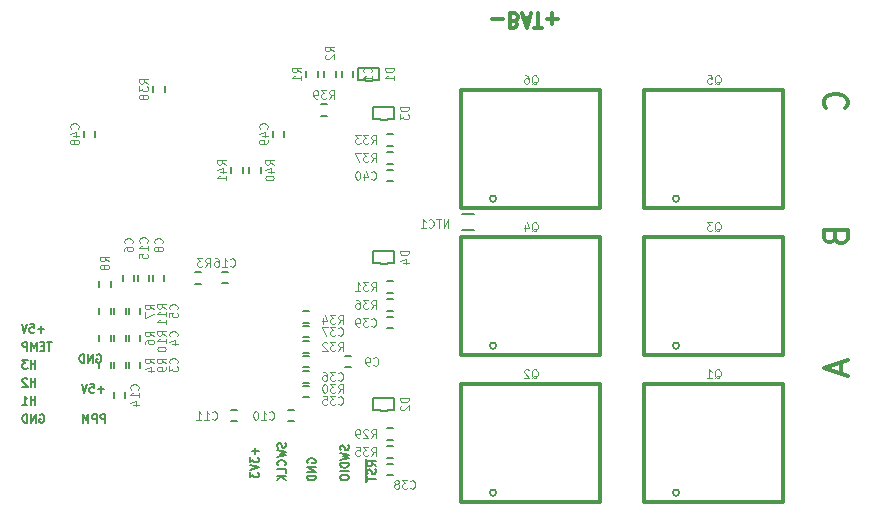
<source format=gbo>
G04 #@! TF.FileFunction,Legend,Bot*
%FSLAX46Y46*%
G04 Gerber Fmt 4.6, Leading zero omitted, Abs format (unit mm)*
G04 Created by KiCad (PCBNEW 4.0.4-stable) date Monday 19 December 2016 21:20:12*
%MOMM*%
%LPD*%
G01*
G04 APERTURE LIST*
%ADD10C,0.100000*%
%ADD11C,0.300000*%
%ADD12C,0.150000*%
%ADD13C,0.120000*%
G04 APERTURE END LIST*
D10*
D11*
X199342286Y-115935048D02*
X199437524Y-115839810D01*
X199532762Y-115554095D01*
X199532762Y-115363619D01*
X199437524Y-115077905D01*
X199247048Y-114887429D01*
X199056571Y-114792190D01*
X198675619Y-114696952D01*
X198389905Y-114696952D01*
X198008952Y-114792190D01*
X197818476Y-114887429D01*
X197628000Y-115077905D01*
X197532762Y-115363619D01*
X197532762Y-115554095D01*
X197628000Y-115839810D01*
X197723238Y-115935048D01*
X198485143Y-126888857D02*
X198580381Y-127174571D01*
X198675619Y-127269810D01*
X198866095Y-127365048D01*
X199151810Y-127365048D01*
X199342286Y-127269810D01*
X199437524Y-127174571D01*
X199532762Y-126984095D01*
X199532762Y-126222190D01*
X197532762Y-126222190D01*
X197532762Y-126888857D01*
X197628000Y-127079333D01*
X197723238Y-127174571D01*
X197913714Y-127269810D01*
X198104190Y-127269810D01*
X198294667Y-127174571D01*
X198389905Y-127079333D01*
X198485143Y-126888857D01*
X198485143Y-126222190D01*
X198961333Y-138398191D02*
X198961333Y-137445810D01*
X199532762Y-138588667D02*
X197532762Y-137922000D01*
X199532762Y-137255333D01*
X169440572Y-108372286D02*
X170354858Y-108372286D01*
X171326286Y-108543714D02*
X171497715Y-108486571D01*
X171554858Y-108429429D01*
X171612001Y-108315143D01*
X171612001Y-108143714D01*
X171554858Y-108029429D01*
X171497715Y-107972286D01*
X171383429Y-107915143D01*
X170926286Y-107915143D01*
X170926286Y-109115143D01*
X171326286Y-109115143D01*
X171440572Y-109058000D01*
X171497715Y-109000857D01*
X171554858Y-108886571D01*
X171554858Y-108772286D01*
X171497715Y-108658000D01*
X171440572Y-108600857D01*
X171326286Y-108543714D01*
X170926286Y-108543714D01*
X172069143Y-108258000D02*
X172640572Y-108258000D01*
X171954858Y-107915143D02*
X172354858Y-109115143D01*
X172754858Y-107915143D01*
X172983429Y-109115143D02*
X173669143Y-109115143D01*
X173326286Y-107915143D02*
X173326286Y-109115143D01*
X174069143Y-108372286D02*
X174983429Y-108372286D01*
X174526286Y-107915143D02*
X174526286Y-108829429D01*
D12*
X136653333Y-142556667D02*
X136653333Y-141856667D01*
X136386667Y-141856667D01*
X136320000Y-141890000D01*
X136286667Y-141923333D01*
X136253333Y-141990000D01*
X136253333Y-142090000D01*
X136286667Y-142156667D01*
X136320000Y-142190000D01*
X136386667Y-142223333D01*
X136653333Y-142223333D01*
X135953333Y-142556667D02*
X135953333Y-141856667D01*
X135686667Y-141856667D01*
X135620000Y-141890000D01*
X135586667Y-141923333D01*
X135553333Y-141990000D01*
X135553333Y-142090000D01*
X135586667Y-142156667D01*
X135620000Y-142190000D01*
X135686667Y-142223333D01*
X135953333Y-142223333D01*
X135253333Y-142556667D02*
X135253333Y-141856667D01*
X135020000Y-142356667D01*
X134786667Y-141856667D01*
X134786667Y-142556667D01*
X136586667Y-139750000D02*
X136053334Y-139750000D01*
X136320001Y-140016667D02*
X136320001Y-139483333D01*
X135386667Y-139316667D02*
X135720000Y-139316667D01*
X135753334Y-139650000D01*
X135720000Y-139616667D01*
X135653334Y-139583333D01*
X135486667Y-139583333D01*
X135420000Y-139616667D01*
X135386667Y-139650000D01*
X135353334Y-139716667D01*
X135353334Y-139883333D01*
X135386667Y-139950000D01*
X135420000Y-139983333D01*
X135486667Y-140016667D01*
X135653334Y-140016667D01*
X135720000Y-139983333D01*
X135753334Y-139950000D01*
X135153333Y-139316667D02*
X134920000Y-140016667D01*
X134686667Y-139316667D01*
X135966000Y-136810000D02*
X136032666Y-136776667D01*
X136132666Y-136776667D01*
X136232666Y-136810000D01*
X136299333Y-136876667D01*
X136332666Y-136943333D01*
X136366000Y-137076667D01*
X136366000Y-137176667D01*
X136332666Y-137310000D01*
X136299333Y-137376667D01*
X136232666Y-137443333D01*
X136132666Y-137476667D01*
X136066000Y-137476667D01*
X135966000Y-137443333D01*
X135932666Y-137410000D01*
X135932666Y-137176667D01*
X136066000Y-137176667D01*
X135632666Y-137476667D02*
X135632666Y-136776667D01*
X135232666Y-137476667D01*
X135232666Y-136776667D01*
X134899333Y-137476667D02*
X134899333Y-136776667D01*
X134732667Y-136776667D01*
X134632667Y-136810000D01*
X134566000Y-136876667D01*
X134532667Y-136943333D01*
X134499333Y-137076667D01*
X134499333Y-137176667D01*
X134532667Y-137310000D01*
X134566000Y-137376667D01*
X134632667Y-137443333D01*
X134732667Y-137476667D01*
X134899333Y-137476667D01*
X131140000Y-141890000D02*
X131206666Y-141856667D01*
X131306666Y-141856667D01*
X131406666Y-141890000D01*
X131473333Y-141956667D01*
X131506666Y-142023333D01*
X131540000Y-142156667D01*
X131540000Y-142256667D01*
X131506666Y-142390000D01*
X131473333Y-142456667D01*
X131406666Y-142523333D01*
X131306666Y-142556667D01*
X131240000Y-142556667D01*
X131140000Y-142523333D01*
X131106666Y-142490000D01*
X131106666Y-142256667D01*
X131240000Y-142256667D01*
X130806666Y-142556667D02*
X130806666Y-141856667D01*
X130406666Y-142556667D01*
X130406666Y-141856667D01*
X130073333Y-142556667D02*
X130073333Y-141856667D01*
X129906667Y-141856667D01*
X129806667Y-141890000D01*
X129740000Y-141956667D01*
X129706667Y-142023333D01*
X129673333Y-142156667D01*
X129673333Y-142256667D01*
X129706667Y-142390000D01*
X129740000Y-142456667D01*
X129806667Y-142523333D01*
X129906667Y-142556667D01*
X130073333Y-142556667D01*
X130773333Y-141032667D02*
X130773333Y-140332667D01*
X130773333Y-140666000D02*
X130373333Y-140666000D01*
X130373333Y-141032667D02*
X130373333Y-140332667D01*
X129673334Y-141032667D02*
X130073334Y-141032667D01*
X129873334Y-141032667D02*
X129873334Y-140332667D01*
X129940000Y-140432667D01*
X130006667Y-140499333D01*
X130073334Y-140532667D01*
X130773333Y-139508667D02*
X130773333Y-138808667D01*
X130773333Y-139142000D02*
X130373333Y-139142000D01*
X130373333Y-139508667D02*
X130373333Y-138808667D01*
X130073334Y-138875333D02*
X130040000Y-138842000D01*
X129973334Y-138808667D01*
X129806667Y-138808667D01*
X129740000Y-138842000D01*
X129706667Y-138875333D01*
X129673334Y-138942000D01*
X129673334Y-139008667D01*
X129706667Y-139108667D01*
X130106667Y-139508667D01*
X129673334Y-139508667D01*
X130773333Y-137984667D02*
X130773333Y-137284667D01*
X130773333Y-137618000D02*
X130373333Y-137618000D01*
X130373333Y-137984667D02*
X130373333Y-137284667D01*
X130106667Y-137284667D02*
X129673334Y-137284667D01*
X129906667Y-137551333D01*
X129806667Y-137551333D01*
X129740000Y-137584667D01*
X129706667Y-137618000D01*
X129673334Y-137684667D01*
X129673334Y-137851333D01*
X129706667Y-137918000D01*
X129740000Y-137951333D01*
X129806667Y-137984667D01*
X130006667Y-137984667D01*
X130073334Y-137951333D01*
X130106667Y-137918000D01*
X132139999Y-135760667D02*
X131739999Y-135760667D01*
X131939999Y-136460667D02*
X131939999Y-135760667D01*
X131506666Y-136094000D02*
X131273333Y-136094000D01*
X131173333Y-136460667D02*
X131506666Y-136460667D01*
X131506666Y-135760667D01*
X131173333Y-135760667D01*
X130873333Y-136460667D02*
X130873333Y-135760667D01*
X130640000Y-136260667D01*
X130406667Y-135760667D01*
X130406667Y-136460667D01*
X130073333Y-136460667D02*
X130073333Y-135760667D01*
X129806667Y-135760667D01*
X129740000Y-135794000D01*
X129706667Y-135827333D01*
X129673333Y-135894000D01*
X129673333Y-135994000D01*
X129706667Y-136060667D01*
X129740000Y-136094000D01*
X129806667Y-136127333D01*
X130073333Y-136127333D01*
X131506667Y-134670000D02*
X130973334Y-134670000D01*
X131240001Y-134936667D02*
X131240001Y-134403333D01*
X130306667Y-134236667D02*
X130640000Y-134236667D01*
X130673334Y-134570000D01*
X130640000Y-134536667D01*
X130573334Y-134503333D01*
X130406667Y-134503333D01*
X130340000Y-134536667D01*
X130306667Y-134570000D01*
X130273334Y-134636667D01*
X130273334Y-134803333D01*
X130306667Y-134870000D01*
X130340000Y-134903333D01*
X130406667Y-134936667D01*
X130573334Y-134936667D01*
X130640000Y-134903333D01*
X130673334Y-134870000D01*
X130073333Y-134236667D02*
X129840000Y-134936667D01*
X129606667Y-134236667D01*
X159574667Y-146240667D02*
X159241333Y-146007333D01*
X159574667Y-145840667D02*
X158874667Y-145840667D01*
X158874667Y-146107333D01*
X158908000Y-146174000D01*
X158941333Y-146207333D01*
X159008000Y-146240667D01*
X159108000Y-146240667D01*
X159174667Y-146207333D01*
X159208000Y-146174000D01*
X159241333Y-146107333D01*
X159241333Y-145840667D01*
X159541333Y-146507333D02*
X159574667Y-146607333D01*
X159574667Y-146774000D01*
X159541333Y-146840667D01*
X159508000Y-146874000D01*
X159441333Y-146907333D01*
X159374667Y-146907333D01*
X159308000Y-146874000D01*
X159274667Y-146840667D01*
X159241333Y-146774000D01*
X159208000Y-146640667D01*
X159174667Y-146574000D01*
X159141333Y-146540667D01*
X159074667Y-146507333D01*
X159008000Y-146507333D01*
X158941333Y-146540667D01*
X158908000Y-146574000D01*
X158874667Y-146640667D01*
X158874667Y-146807333D01*
X158908000Y-146907333D01*
X158874667Y-147107334D02*
X158874667Y-147507334D01*
X159574667Y-147307334D02*
X158874667Y-147307334D01*
X158754000Y-145674000D02*
X158754000Y-147574000D01*
X157255333Y-144474000D02*
X157288667Y-144574000D01*
X157288667Y-144740667D01*
X157255333Y-144807334D01*
X157222000Y-144840667D01*
X157155333Y-144874000D01*
X157088667Y-144874000D01*
X157022000Y-144840667D01*
X156988667Y-144807334D01*
X156955333Y-144740667D01*
X156922000Y-144607334D01*
X156888667Y-144540667D01*
X156855333Y-144507334D01*
X156788667Y-144474000D01*
X156722000Y-144474000D01*
X156655333Y-144507334D01*
X156622000Y-144540667D01*
X156588667Y-144607334D01*
X156588667Y-144774000D01*
X156622000Y-144874000D01*
X156588667Y-145107334D02*
X157288667Y-145274001D01*
X156788667Y-145407334D01*
X157288667Y-145540667D01*
X156588667Y-145707334D01*
X157288667Y-145974001D02*
X156588667Y-145974001D01*
X156588667Y-146140667D01*
X156622000Y-146240667D01*
X156688667Y-146307334D01*
X156755333Y-146340667D01*
X156888667Y-146374001D01*
X156988667Y-146374001D01*
X157122000Y-146340667D01*
X157188667Y-146307334D01*
X157255333Y-146240667D01*
X157288667Y-146140667D01*
X157288667Y-145974001D01*
X157288667Y-146674001D02*
X156588667Y-146674001D01*
X156588667Y-147140667D02*
X156588667Y-147274000D01*
X156622000Y-147340667D01*
X156688667Y-147407334D01*
X156822000Y-147440667D01*
X157055333Y-147440667D01*
X157188667Y-147407334D01*
X157255333Y-147340667D01*
X157288667Y-147274000D01*
X157288667Y-147140667D01*
X157255333Y-147074000D01*
X157188667Y-147007334D01*
X157055333Y-146974000D01*
X156822000Y-146974000D01*
X156688667Y-147007334D01*
X156622000Y-147074000D01*
X156588667Y-147140667D01*
X153828000Y-145974000D02*
X153794667Y-145907334D01*
X153794667Y-145807334D01*
X153828000Y-145707334D01*
X153894667Y-145640667D01*
X153961333Y-145607334D01*
X154094667Y-145574000D01*
X154194667Y-145574000D01*
X154328000Y-145607334D01*
X154394667Y-145640667D01*
X154461333Y-145707334D01*
X154494667Y-145807334D01*
X154494667Y-145874000D01*
X154461333Y-145974000D01*
X154428000Y-146007334D01*
X154194667Y-146007334D01*
X154194667Y-145874000D01*
X154494667Y-146307334D02*
X153794667Y-146307334D01*
X154494667Y-146707334D01*
X153794667Y-146707334D01*
X154494667Y-147040667D02*
X153794667Y-147040667D01*
X153794667Y-147207333D01*
X153828000Y-147307333D01*
X153894667Y-147374000D01*
X153961333Y-147407333D01*
X154094667Y-147440667D01*
X154194667Y-147440667D01*
X154328000Y-147407333D01*
X154394667Y-147374000D01*
X154461333Y-147307333D01*
X154494667Y-147207333D01*
X154494667Y-147040667D01*
X151921333Y-144273999D02*
X151954667Y-144373999D01*
X151954667Y-144540666D01*
X151921333Y-144607333D01*
X151888000Y-144640666D01*
X151821333Y-144673999D01*
X151754667Y-144673999D01*
X151688000Y-144640666D01*
X151654667Y-144607333D01*
X151621333Y-144540666D01*
X151588000Y-144407333D01*
X151554667Y-144340666D01*
X151521333Y-144307333D01*
X151454667Y-144273999D01*
X151388000Y-144273999D01*
X151321333Y-144307333D01*
X151288000Y-144340666D01*
X151254667Y-144407333D01*
X151254667Y-144573999D01*
X151288000Y-144673999D01*
X151254667Y-144907333D02*
X151954667Y-145074000D01*
X151454667Y-145207333D01*
X151954667Y-145340666D01*
X151254667Y-145507333D01*
X151888000Y-146174000D02*
X151921333Y-146140666D01*
X151954667Y-146040666D01*
X151954667Y-145974000D01*
X151921333Y-145874000D01*
X151854667Y-145807333D01*
X151788000Y-145774000D01*
X151654667Y-145740666D01*
X151554667Y-145740666D01*
X151421333Y-145774000D01*
X151354667Y-145807333D01*
X151288000Y-145874000D01*
X151254667Y-145974000D01*
X151254667Y-146040666D01*
X151288000Y-146140666D01*
X151321333Y-146174000D01*
X151954667Y-146807333D02*
X151954667Y-146474000D01*
X151254667Y-146474000D01*
X151954667Y-147040667D02*
X151254667Y-147040667D01*
X151954667Y-147440667D02*
X151554667Y-147140667D01*
X151254667Y-147440667D02*
X151654667Y-147040667D01*
X149402000Y-144686666D02*
X149402000Y-145219999D01*
X149668667Y-144953332D02*
X149135333Y-144953332D01*
X148968667Y-145486666D02*
X148968667Y-145919999D01*
X149235333Y-145686666D01*
X149235333Y-145786666D01*
X149268667Y-145853333D01*
X149302000Y-145886666D01*
X149368667Y-145919999D01*
X149535333Y-145919999D01*
X149602000Y-145886666D01*
X149635333Y-145853333D01*
X149668667Y-145786666D01*
X149668667Y-145586666D01*
X149635333Y-145519999D01*
X149602000Y-145486666D01*
X148968667Y-146120000D02*
X149668667Y-146353333D01*
X148968667Y-146586666D01*
X148968667Y-146753333D02*
X148968667Y-147186666D01*
X149235333Y-146953333D01*
X149235333Y-147053333D01*
X149268667Y-147120000D01*
X149302000Y-147153333D01*
X149368667Y-147186666D01*
X149535333Y-147186666D01*
X149602000Y-147153333D01*
X149635333Y-147120000D01*
X149668667Y-147053333D01*
X149668667Y-146853333D01*
X149635333Y-146786666D01*
X149602000Y-146753333D01*
X153420000Y-133079000D02*
X153920000Y-133079000D01*
X153920000Y-134129000D02*
X153420000Y-134129000D01*
X185288343Y-148480780D02*
G75*
G03X185288343Y-148480780I-274743J0D01*
G01*
D11*
X194104000Y-139272000D02*
X182324000Y-139272000D01*
X194104000Y-149272000D02*
X182324000Y-149272000D01*
X194104000Y-149272000D02*
X194104000Y-139272000D01*
X182324000Y-149272000D02*
X182324000Y-139272000D01*
D12*
X157701000Y-112780000D02*
X157701000Y-113280000D01*
X156751000Y-113280000D02*
X156751000Y-112780000D01*
X138717000Y-137918000D02*
X138717000Y-137418000D01*
X139667000Y-137418000D02*
X139667000Y-137918000D01*
X138717000Y-135632000D02*
X138717000Y-135132000D01*
X139667000Y-135132000D02*
X139667000Y-135632000D01*
X138717000Y-133346000D02*
X138717000Y-132846000D01*
X139667000Y-132846000D02*
X139667000Y-133346000D01*
X138209000Y-130552000D02*
X138209000Y-130052000D01*
X139159000Y-130052000D02*
X139159000Y-130552000D01*
X140749000Y-130552000D02*
X140749000Y-130052000D01*
X141699000Y-130052000D02*
X141699000Y-130552000D01*
X157476000Y-137889000D02*
X156976000Y-137889000D01*
X156976000Y-136939000D02*
X157476000Y-136939000D01*
X152150000Y-141511000D02*
X152650000Y-141511000D01*
X152650000Y-142461000D02*
X152150000Y-142461000D01*
X147324000Y-141511000D02*
X147824000Y-141511000D01*
X147824000Y-142461000D02*
X147324000Y-142461000D01*
X138397000Y-139958000D02*
X138397000Y-140458000D01*
X137447000Y-140458000D02*
X137447000Y-139958000D01*
X139479000Y-130552000D02*
X139479000Y-130052000D01*
X140429000Y-130052000D02*
X140429000Y-130552000D01*
X147062000Y-130777000D02*
X146562000Y-130777000D01*
X146562000Y-129827000D02*
X147062000Y-129827000D01*
X153420000Y-139479000D02*
X153920000Y-139479000D01*
X153920000Y-140429000D02*
X153420000Y-140429000D01*
X153420000Y-136939000D02*
X153920000Y-136939000D01*
X153920000Y-137889000D02*
X153420000Y-137889000D01*
X153420000Y-134399000D02*
X153920000Y-134399000D01*
X153920000Y-135349000D02*
X153420000Y-135349000D01*
X161032000Y-147033000D02*
X160532000Y-147033000D01*
X160532000Y-146083000D02*
X161032000Y-146083000D01*
X161032000Y-134587000D02*
X160532000Y-134587000D01*
X160532000Y-133637000D02*
X161032000Y-133637000D01*
X161032000Y-122141000D02*
X160532000Y-122141000D01*
X160532000Y-121191000D02*
X161032000Y-121191000D01*
X134907000Y-118360000D02*
X134907000Y-117860000D01*
X135857000Y-117860000D02*
X135857000Y-118360000D01*
X150909000Y-118360000D02*
X150909000Y-117860000D01*
X151859000Y-117860000D02*
X151859000Y-118360000D01*
X158750000Y-113538000D02*
X158115000Y-113538000D01*
X158115000Y-113538000D02*
X158115000Y-112522000D01*
X159893000Y-112522000D02*
X159893000Y-113538000D01*
X159893000Y-113538000D02*
X159258000Y-113538000D01*
X158750000Y-113665000D02*
X158750000Y-113538000D01*
X159258000Y-113538000D02*
X159258000Y-113665000D01*
X158115000Y-112522000D02*
X159893000Y-112522000D01*
X159258000Y-113665000D02*
X158750000Y-113665000D01*
X160020000Y-141478000D02*
X159385000Y-141478000D01*
X159385000Y-141478000D02*
X159385000Y-140462000D01*
X161163000Y-140462000D02*
X161163000Y-141478000D01*
X161163000Y-141478000D02*
X160528000Y-141478000D01*
X160020000Y-141605000D02*
X160020000Y-141478000D01*
X160528000Y-141478000D02*
X160528000Y-141605000D01*
X159385000Y-140462000D02*
X161163000Y-140462000D01*
X160528000Y-141605000D02*
X160020000Y-141605000D01*
X160020000Y-116840000D02*
X159385000Y-116840000D01*
X159385000Y-116840000D02*
X159385000Y-115824000D01*
X161163000Y-115824000D02*
X161163000Y-116840000D01*
X161163000Y-116840000D02*
X160528000Y-116840000D01*
X160020000Y-116967000D02*
X160020000Y-116840000D01*
X160528000Y-116840000D02*
X160528000Y-116967000D01*
X159385000Y-115824000D02*
X161163000Y-115824000D01*
X160528000Y-116967000D02*
X160020000Y-116967000D01*
X160020000Y-129032000D02*
X159385000Y-129032000D01*
X159385000Y-129032000D02*
X159385000Y-128016000D01*
X161163000Y-128016000D02*
X161163000Y-129032000D01*
X161163000Y-129032000D02*
X160528000Y-129032000D01*
X160020000Y-129159000D02*
X160020000Y-129032000D01*
X160528000Y-129032000D02*
X160528000Y-129159000D01*
X159385000Y-128016000D02*
X161163000Y-128016000D01*
X160528000Y-129159000D02*
X160020000Y-129159000D01*
X167886000Y-124928000D02*
X166886000Y-124928000D01*
X166886000Y-126278000D02*
X167886000Y-126278000D01*
X169794343Y-148480780D02*
G75*
G03X169794343Y-148480780I-274743J0D01*
G01*
D11*
X178610000Y-139272000D02*
X166830000Y-139272000D01*
X178610000Y-149272000D02*
X166830000Y-149272000D01*
X178610000Y-149272000D02*
X178610000Y-139272000D01*
X166830000Y-149272000D02*
X166830000Y-139272000D01*
D12*
X185288343Y-136034780D02*
G75*
G03X185288343Y-136034780I-274743J0D01*
G01*
D11*
X194104000Y-126826000D02*
X182324000Y-126826000D01*
X194104000Y-136826000D02*
X182324000Y-136826000D01*
X194104000Y-136826000D02*
X194104000Y-126826000D01*
X182324000Y-136826000D02*
X182324000Y-126826000D01*
D12*
X169794343Y-136034780D02*
G75*
G03X169794343Y-136034780I-274743J0D01*
G01*
D11*
X178610000Y-126826000D02*
X166830000Y-126826000D01*
X178610000Y-136826000D02*
X166830000Y-136826000D01*
X178610000Y-136826000D02*
X178610000Y-126826000D01*
X166830000Y-136826000D02*
X166830000Y-126826000D01*
D12*
X185288343Y-123588780D02*
G75*
G03X185288343Y-123588780I-274743J0D01*
G01*
D11*
X194104000Y-114380000D02*
X182324000Y-114380000D01*
X194104000Y-124380000D02*
X182324000Y-124380000D01*
X194104000Y-124380000D02*
X194104000Y-114380000D01*
X182324000Y-124380000D02*
X182324000Y-114380000D01*
D12*
X169794343Y-123588780D02*
G75*
G03X169794343Y-123588780I-274743J0D01*
G01*
D11*
X178610000Y-114380000D02*
X166830000Y-114380000D01*
X178610000Y-124380000D02*
X166830000Y-124380000D01*
X178610000Y-124380000D02*
X178610000Y-114380000D01*
X166830000Y-124380000D02*
X166830000Y-114380000D01*
D12*
X154703000Y-112780000D02*
X154703000Y-113280000D01*
X153653000Y-113280000D02*
X153653000Y-112780000D01*
X156227000Y-112780000D02*
X156227000Y-113280000D01*
X155177000Y-113280000D02*
X155177000Y-112780000D01*
X144776000Y-130827000D02*
X144276000Y-130827000D01*
X144276000Y-129777000D02*
X144776000Y-129777000D01*
X136127000Y-137918000D02*
X136127000Y-137418000D01*
X137177000Y-137418000D02*
X137177000Y-137918000D01*
X136127000Y-135632000D02*
X136127000Y-135132000D01*
X137177000Y-135132000D02*
X137177000Y-135632000D01*
X136127000Y-133346000D02*
X136127000Y-132846000D01*
X137177000Y-132846000D02*
X137177000Y-133346000D01*
X137177000Y-130560000D02*
X137177000Y-131060000D01*
X136127000Y-131060000D02*
X136127000Y-130560000D01*
X137397000Y-137918000D02*
X137397000Y-137418000D01*
X138447000Y-137418000D02*
X138447000Y-137918000D01*
X137397000Y-135632000D02*
X137397000Y-135132000D01*
X138447000Y-135132000D02*
X138447000Y-135632000D01*
X137397000Y-133346000D02*
X137397000Y-132846000D01*
X138447000Y-132846000D02*
X138447000Y-133346000D01*
X161032000Y-144035000D02*
X160532000Y-144035000D01*
X160532000Y-142985000D02*
X161032000Y-142985000D01*
X153420000Y-138159000D02*
X153920000Y-138159000D01*
X153920000Y-139209000D02*
X153420000Y-139209000D01*
X161032000Y-131589000D02*
X160532000Y-131589000D01*
X160532000Y-130539000D02*
X161032000Y-130539000D01*
X153420000Y-135619000D02*
X153920000Y-135619000D01*
X153920000Y-136669000D02*
X153420000Y-136669000D01*
X161032000Y-119143000D02*
X160532000Y-119143000D01*
X160532000Y-118093000D02*
X161032000Y-118093000D01*
X161032000Y-145559000D02*
X160532000Y-145559000D01*
X160532000Y-144509000D02*
X161032000Y-144509000D01*
X161032000Y-133113000D02*
X160532000Y-133113000D01*
X160532000Y-132063000D02*
X161032000Y-132063000D01*
X161032000Y-120667000D02*
X160532000Y-120667000D01*
X160532000Y-119617000D02*
X161032000Y-119617000D01*
X141749000Y-114050000D02*
X141749000Y-114550000D01*
X140699000Y-114550000D02*
X140699000Y-114050000D01*
X155444000Y-116603000D02*
X154944000Y-116603000D01*
X154944000Y-115553000D02*
X155444000Y-115553000D01*
X148827000Y-121408000D02*
X148827000Y-120908000D01*
X149877000Y-120908000D02*
X149877000Y-121408000D01*
X147303000Y-121408000D02*
X147303000Y-120908000D01*
X148353000Y-120908000D02*
X148353000Y-121408000D01*
D13*
X156406000Y-134174667D02*
X156639334Y-133841333D01*
X156806000Y-134174667D02*
X156806000Y-133474667D01*
X156539334Y-133474667D01*
X156472667Y-133508000D01*
X156439334Y-133541333D01*
X156406000Y-133608000D01*
X156406000Y-133708000D01*
X156439334Y-133774667D01*
X156472667Y-133808000D01*
X156539334Y-133841333D01*
X156806000Y-133841333D01*
X156172667Y-133474667D02*
X155739334Y-133474667D01*
X155972667Y-133741333D01*
X155872667Y-133741333D01*
X155806000Y-133774667D01*
X155772667Y-133808000D01*
X155739334Y-133874667D01*
X155739334Y-134041333D01*
X155772667Y-134108000D01*
X155806000Y-134141333D01*
X155872667Y-134174667D01*
X156072667Y-134174667D01*
X156139334Y-134141333D01*
X156172667Y-134108000D01*
X155139333Y-133708000D02*
X155139333Y-134174667D01*
X155306000Y-133441333D02*
X155472667Y-133941333D01*
X155039333Y-133941333D01*
X188280667Y-138813333D02*
X188347333Y-138780000D01*
X188414000Y-138713333D01*
X188514000Y-138613333D01*
X188580667Y-138580000D01*
X188647333Y-138580000D01*
X188614000Y-138746667D02*
X188680667Y-138713333D01*
X188747333Y-138646667D01*
X188780667Y-138513333D01*
X188780667Y-138280000D01*
X188747333Y-138146667D01*
X188680667Y-138080000D01*
X188614000Y-138046667D01*
X188480667Y-138046667D01*
X188414000Y-138080000D01*
X188347333Y-138146667D01*
X188314000Y-138280000D01*
X188314000Y-138513333D01*
X188347333Y-138646667D01*
X188414000Y-138713333D01*
X188480667Y-138746667D01*
X188614000Y-138746667D01*
X187647334Y-138746667D02*
X188047334Y-138746667D01*
X187847334Y-138746667D02*
X187847334Y-138046667D01*
X187914000Y-138146667D01*
X187980667Y-138213333D01*
X188047334Y-138246667D01*
X159176000Y-112913334D02*
X159209333Y-112880000D01*
X159242667Y-112780000D01*
X159242667Y-112713334D01*
X159209333Y-112613334D01*
X159142667Y-112546667D01*
X159076000Y-112513334D01*
X158942667Y-112480000D01*
X158842667Y-112480000D01*
X158709333Y-112513334D01*
X158642667Y-112546667D01*
X158576000Y-112613334D01*
X158542667Y-112713334D01*
X158542667Y-112780000D01*
X158576000Y-112880000D01*
X158609333Y-112913334D01*
X159242667Y-113580000D02*
X159242667Y-113180000D01*
X159242667Y-113380000D02*
X158542667Y-113380000D01*
X158642667Y-113313334D01*
X158709333Y-113246667D01*
X158742667Y-113180000D01*
X142744000Y-137551334D02*
X142777333Y-137518000D01*
X142810667Y-137418000D01*
X142810667Y-137351334D01*
X142777333Y-137251334D01*
X142710667Y-137184667D01*
X142644000Y-137151334D01*
X142510667Y-137118000D01*
X142410667Y-137118000D01*
X142277333Y-137151334D01*
X142210667Y-137184667D01*
X142144000Y-137251334D01*
X142110667Y-137351334D01*
X142110667Y-137418000D01*
X142144000Y-137518000D01*
X142177333Y-137551334D01*
X142110667Y-137784667D02*
X142110667Y-138218000D01*
X142377333Y-137984667D01*
X142377333Y-138084667D01*
X142410667Y-138151334D01*
X142444000Y-138184667D01*
X142510667Y-138218000D01*
X142677333Y-138218000D01*
X142744000Y-138184667D01*
X142777333Y-138151334D01*
X142810667Y-138084667D01*
X142810667Y-137884667D01*
X142777333Y-137818000D01*
X142744000Y-137784667D01*
X142744000Y-135265334D02*
X142777333Y-135232000D01*
X142810667Y-135132000D01*
X142810667Y-135065334D01*
X142777333Y-134965334D01*
X142710667Y-134898667D01*
X142644000Y-134865334D01*
X142510667Y-134832000D01*
X142410667Y-134832000D01*
X142277333Y-134865334D01*
X142210667Y-134898667D01*
X142144000Y-134965334D01*
X142110667Y-135065334D01*
X142110667Y-135132000D01*
X142144000Y-135232000D01*
X142177333Y-135265334D01*
X142344000Y-135865334D02*
X142810667Y-135865334D01*
X142077333Y-135698667D02*
X142577333Y-135532000D01*
X142577333Y-135965334D01*
X142744000Y-132979334D02*
X142777333Y-132946000D01*
X142810667Y-132846000D01*
X142810667Y-132779334D01*
X142777333Y-132679334D01*
X142710667Y-132612667D01*
X142644000Y-132579334D01*
X142510667Y-132546000D01*
X142410667Y-132546000D01*
X142277333Y-132579334D01*
X142210667Y-132612667D01*
X142144000Y-132679334D01*
X142110667Y-132779334D01*
X142110667Y-132846000D01*
X142144000Y-132946000D01*
X142177333Y-132979334D01*
X142110667Y-133612667D02*
X142110667Y-133279334D01*
X142444000Y-133246000D01*
X142410667Y-133279334D01*
X142377333Y-133346000D01*
X142377333Y-133512667D01*
X142410667Y-133579334D01*
X142444000Y-133612667D01*
X142510667Y-133646000D01*
X142677333Y-133646000D01*
X142744000Y-133612667D01*
X142777333Y-133579334D01*
X142810667Y-133512667D01*
X142810667Y-133346000D01*
X142777333Y-133279334D01*
X142744000Y-133246000D01*
X138934000Y-127391334D02*
X138967333Y-127358000D01*
X139000667Y-127258000D01*
X139000667Y-127191334D01*
X138967333Y-127091334D01*
X138900667Y-127024667D01*
X138834000Y-126991334D01*
X138700667Y-126958000D01*
X138600667Y-126958000D01*
X138467333Y-126991334D01*
X138400667Y-127024667D01*
X138334000Y-127091334D01*
X138300667Y-127191334D01*
X138300667Y-127258000D01*
X138334000Y-127358000D01*
X138367333Y-127391334D01*
X138300667Y-127991334D02*
X138300667Y-127858000D01*
X138334000Y-127791334D01*
X138367333Y-127758000D01*
X138467333Y-127691334D01*
X138600667Y-127658000D01*
X138867333Y-127658000D01*
X138934000Y-127691334D01*
X138967333Y-127724667D01*
X139000667Y-127791334D01*
X139000667Y-127924667D01*
X138967333Y-127991334D01*
X138934000Y-128024667D01*
X138867333Y-128058000D01*
X138700667Y-128058000D01*
X138634000Y-128024667D01*
X138600667Y-127991334D01*
X138567333Y-127924667D01*
X138567333Y-127791334D01*
X138600667Y-127724667D01*
X138634000Y-127691334D01*
X138700667Y-127658000D01*
X141474000Y-127391334D02*
X141507333Y-127358000D01*
X141540667Y-127258000D01*
X141540667Y-127191334D01*
X141507333Y-127091334D01*
X141440667Y-127024667D01*
X141374000Y-126991334D01*
X141240667Y-126958000D01*
X141140667Y-126958000D01*
X141007333Y-126991334D01*
X140940667Y-127024667D01*
X140874000Y-127091334D01*
X140840667Y-127191334D01*
X140840667Y-127258000D01*
X140874000Y-127358000D01*
X140907333Y-127391334D01*
X141140667Y-127791334D02*
X141107333Y-127724667D01*
X141074000Y-127691334D01*
X141007333Y-127658000D01*
X140974000Y-127658000D01*
X140907333Y-127691334D01*
X140874000Y-127724667D01*
X140840667Y-127791334D01*
X140840667Y-127924667D01*
X140874000Y-127991334D01*
X140907333Y-128024667D01*
X140974000Y-128058000D01*
X141007333Y-128058000D01*
X141074000Y-128024667D01*
X141107333Y-127991334D01*
X141140667Y-127924667D01*
X141140667Y-127791334D01*
X141174000Y-127724667D01*
X141207333Y-127691334D01*
X141274000Y-127658000D01*
X141407333Y-127658000D01*
X141474000Y-127691334D01*
X141507333Y-127724667D01*
X141540667Y-127791334D01*
X141540667Y-127924667D01*
X141507333Y-127991334D01*
X141474000Y-128024667D01*
X141407333Y-128058000D01*
X141274000Y-128058000D01*
X141207333Y-128024667D01*
X141174000Y-127991334D01*
X141140667Y-127924667D01*
X159374666Y-137664000D02*
X159408000Y-137697333D01*
X159508000Y-137730667D01*
X159574666Y-137730667D01*
X159674666Y-137697333D01*
X159741333Y-137630667D01*
X159774666Y-137564000D01*
X159808000Y-137430667D01*
X159808000Y-137330667D01*
X159774666Y-137197333D01*
X159741333Y-137130667D01*
X159674666Y-137064000D01*
X159574666Y-137030667D01*
X159508000Y-137030667D01*
X159408000Y-137064000D01*
X159374666Y-137097333D01*
X159041333Y-137730667D02*
X158908000Y-137730667D01*
X158841333Y-137697333D01*
X158808000Y-137664000D01*
X158741333Y-137564000D01*
X158708000Y-137430667D01*
X158708000Y-137164000D01*
X158741333Y-137097333D01*
X158774666Y-137064000D01*
X158841333Y-137030667D01*
X158974666Y-137030667D01*
X159041333Y-137064000D01*
X159074666Y-137097333D01*
X159108000Y-137164000D01*
X159108000Y-137330667D01*
X159074666Y-137397333D01*
X159041333Y-137430667D01*
X158974666Y-137464000D01*
X158841333Y-137464000D01*
X158774666Y-137430667D01*
X158741333Y-137397333D01*
X158708000Y-137330667D01*
X150564000Y-142236000D02*
X150597334Y-142269333D01*
X150697334Y-142302667D01*
X150764000Y-142302667D01*
X150864000Y-142269333D01*
X150930667Y-142202667D01*
X150964000Y-142136000D01*
X150997334Y-142002667D01*
X150997334Y-141902667D01*
X150964000Y-141769333D01*
X150930667Y-141702667D01*
X150864000Y-141636000D01*
X150764000Y-141602667D01*
X150697334Y-141602667D01*
X150597334Y-141636000D01*
X150564000Y-141669333D01*
X149897334Y-142302667D02*
X150297334Y-142302667D01*
X150097334Y-142302667D02*
X150097334Y-141602667D01*
X150164000Y-141702667D01*
X150230667Y-141769333D01*
X150297334Y-141802667D01*
X149464000Y-141602667D02*
X149397333Y-141602667D01*
X149330667Y-141636000D01*
X149297333Y-141669333D01*
X149264000Y-141736000D01*
X149230667Y-141869333D01*
X149230667Y-142036000D01*
X149264000Y-142169333D01*
X149297333Y-142236000D01*
X149330667Y-142269333D01*
X149397333Y-142302667D01*
X149464000Y-142302667D01*
X149530667Y-142269333D01*
X149564000Y-142236000D01*
X149597333Y-142169333D01*
X149630667Y-142036000D01*
X149630667Y-141869333D01*
X149597333Y-141736000D01*
X149564000Y-141669333D01*
X149530667Y-141636000D01*
X149464000Y-141602667D01*
X145738000Y-142236000D02*
X145771334Y-142269333D01*
X145871334Y-142302667D01*
X145938000Y-142302667D01*
X146038000Y-142269333D01*
X146104667Y-142202667D01*
X146138000Y-142136000D01*
X146171334Y-142002667D01*
X146171334Y-141902667D01*
X146138000Y-141769333D01*
X146104667Y-141702667D01*
X146038000Y-141636000D01*
X145938000Y-141602667D01*
X145871334Y-141602667D01*
X145771334Y-141636000D01*
X145738000Y-141669333D01*
X145071334Y-142302667D02*
X145471334Y-142302667D01*
X145271334Y-142302667D02*
X145271334Y-141602667D01*
X145338000Y-141702667D01*
X145404667Y-141769333D01*
X145471334Y-141802667D01*
X144404667Y-142302667D02*
X144804667Y-142302667D01*
X144604667Y-142302667D02*
X144604667Y-141602667D01*
X144671333Y-141702667D01*
X144738000Y-141769333D01*
X144804667Y-141802667D01*
X139442000Y-139758000D02*
X139475333Y-139724666D01*
X139508667Y-139624666D01*
X139508667Y-139558000D01*
X139475333Y-139458000D01*
X139408667Y-139391333D01*
X139342000Y-139358000D01*
X139208667Y-139324666D01*
X139108667Y-139324666D01*
X138975333Y-139358000D01*
X138908667Y-139391333D01*
X138842000Y-139458000D01*
X138808667Y-139558000D01*
X138808667Y-139624666D01*
X138842000Y-139724666D01*
X138875333Y-139758000D01*
X139508667Y-140424666D02*
X139508667Y-140024666D01*
X139508667Y-140224666D02*
X138808667Y-140224666D01*
X138908667Y-140158000D01*
X138975333Y-140091333D01*
X139008667Y-140024666D01*
X139042000Y-141024667D02*
X139508667Y-141024667D01*
X138775333Y-140858000D02*
X139275333Y-140691333D01*
X139275333Y-141124667D01*
X140204000Y-127312000D02*
X140237333Y-127278666D01*
X140270667Y-127178666D01*
X140270667Y-127112000D01*
X140237333Y-127012000D01*
X140170667Y-126945333D01*
X140104000Y-126912000D01*
X139970667Y-126878666D01*
X139870667Y-126878666D01*
X139737333Y-126912000D01*
X139670667Y-126945333D01*
X139604000Y-127012000D01*
X139570667Y-127112000D01*
X139570667Y-127178666D01*
X139604000Y-127278666D01*
X139637333Y-127312000D01*
X140270667Y-127978666D02*
X140270667Y-127578666D01*
X140270667Y-127778666D02*
X139570667Y-127778666D01*
X139670667Y-127712000D01*
X139737333Y-127645333D01*
X139770667Y-127578666D01*
X139570667Y-128612000D02*
X139570667Y-128278667D01*
X139904000Y-128245333D01*
X139870667Y-128278667D01*
X139837333Y-128345333D01*
X139837333Y-128512000D01*
X139870667Y-128578667D01*
X139904000Y-128612000D01*
X139970667Y-128645333D01*
X140137333Y-128645333D01*
X140204000Y-128612000D01*
X140237333Y-128578667D01*
X140270667Y-128512000D01*
X140270667Y-128345333D01*
X140237333Y-128278667D01*
X140204000Y-128245333D01*
X147262000Y-129282000D02*
X147295334Y-129315333D01*
X147395334Y-129348667D01*
X147462000Y-129348667D01*
X147562000Y-129315333D01*
X147628667Y-129248667D01*
X147662000Y-129182000D01*
X147695334Y-129048667D01*
X147695334Y-128948667D01*
X147662000Y-128815333D01*
X147628667Y-128748667D01*
X147562000Y-128682000D01*
X147462000Y-128648667D01*
X147395334Y-128648667D01*
X147295334Y-128682000D01*
X147262000Y-128715333D01*
X146595334Y-129348667D02*
X146995334Y-129348667D01*
X146795334Y-129348667D02*
X146795334Y-128648667D01*
X146862000Y-128748667D01*
X146928667Y-128815333D01*
X146995334Y-128848667D01*
X145995333Y-128648667D02*
X146128667Y-128648667D01*
X146195333Y-128682000D01*
X146228667Y-128715333D01*
X146295333Y-128815333D01*
X146328667Y-128948667D01*
X146328667Y-129215333D01*
X146295333Y-129282000D01*
X146262000Y-129315333D01*
X146195333Y-129348667D01*
X146062000Y-129348667D01*
X145995333Y-129315333D01*
X145962000Y-129282000D01*
X145928667Y-129215333D01*
X145928667Y-129048667D01*
X145962000Y-128982000D01*
X145995333Y-128948667D01*
X146062000Y-128915333D01*
X146195333Y-128915333D01*
X146262000Y-128948667D01*
X146295333Y-128982000D01*
X146328667Y-129048667D01*
X156406000Y-140966000D02*
X156439334Y-140999333D01*
X156539334Y-141032667D01*
X156606000Y-141032667D01*
X156706000Y-140999333D01*
X156772667Y-140932667D01*
X156806000Y-140866000D01*
X156839334Y-140732667D01*
X156839334Y-140632667D01*
X156806000Y-140499333D01*
X156772667Y-140432667D01*
X156706000Y-140366000D01*
X156606000Y-140332667D01*
X156539334Y-140332667D01*
X156439334Y-140366000D01*
X156406000Y-140399333D01*
X156172667Y-140332667D02*
X155739334Y-140332667D01*
X155972667Y-140599333D01*
X155872667Y-140599333D01*
X155806000Y-140632667D01*
X155772667Y-140666000D01*
X155739334Y-140732667D01*
X155739334Y-140899333D01*
X155772667Y-140966000D01*
X155806000Y-140999333D01*
X155872667Y-141032667D01*
X156072667Y-141032667D01*
X156139334Y-140999333D01*
X156172667Y-140966000D01*
X155106000Y-140332667D02*
X155439333Y-140332667D01*
X155472667Y-140666000D01*
X155439333Y-140632667D01*
X155372667Y-140599333D01*
X155206000Y-140599333D01*
X155139333Y-140632667D01*
X155106000Y-140666000D01*
X155072667Y-140732667D01*
X155072667Y-140899333D01*
X155106000Y-140966000D01*
X155139333Y-140999333D01*
X155206000Y-141032667D01*
X155372667Y-141032667D01*
X155439333Y-140999333D01*
X155472667Y-140966000D01*
X156406000Y-138934000D02*
X156439334Y-138967333D01*
X156539334Y-139000667D01*
X156606000Y-139000667D01*
X156706000Y-138967333D01*
X156772667Y-138900667D01*
X156806000Y-138834000D01*
X156839334Y-138700667D01*
X156839334Y-138600667D01*
X156806000Y-138467333D01*
X156772667Y-138400667D01*
X156706000Y-138334000D01*
X156606000Y-138300667D01*
X156539334Y-138300667D01*
X156439334Y-138334000D01*
X156406000Y-138367333D01*
X156172667Y-138300667D02*
X155739334Y-138300667D01*
X155972667Y-138567333D01*
X155872667Y-138567333D01*
X155806000Y-138600667D01*
X155772667Y-138634000D01*
X155739334Y-138700667D01*
X155739334Y-138867333D01*
X155772667Y-138934000D01*
X155806000Y-138967333D01*
X155872667Y-139000667D01*
X156072667Y-139000667D01*
X156139334Y-138967333D01*
X156172667Y-138934000D01*
X155139333Y-138300667D02*
X155272667Y-138300667D01*
X155339333Y-138334000D01*
X155372667Y-138367333D01*
X155439333Y-138467333D01*
X155472667Y-138600667D01*
X155472667Y-138867333D01*
X155439333Y-138934000D01*
X155406000Y-138967333D01*
X155339333Y-139000667D01*
X155206000Y-139000667D01*
X155139333Y-138967333D01*
X155106000Y-138934000D01*
X155072667Y-138867333D01*
X155072667Y-138700667D01*
X155106000Y-138634000D01*
X155139333Y-138600667D01*
X155206000Y-138567333D01*
X155339333Y-138567333D01*
X155406000Y-138600667D01*
X155439333Y-138634000D01*
X155472667Y-138700667D01*
X156406000Y-135124000D02*
X156439334Y-135157333D01*
X156539334Y-135190667D01*
X156606000Y-135190667D01*
X156706000Y-135157333D01*
X156772667Y-135090667D01*
X156806000Y-135024000D01*
X156839334Y-134890667D01*
X156839334Y-134790667D01*
X156806000Y-134657333D01*
X156772667Y-134590667D01*
X156706000Y-134524000D01*
X156606000Y-134490667D01*
X156539334Y-134490667D01*
X156439334Y-134524000D01*
X156406000Y-134557333D01*
X156172667Y-134490667D02*
X155739334Y-134490667D01*
X155972667Y-134757333D01*
X155872667Y-134757333D01*
X155806000Y-134790667D01*
X155772667Y-134824000D01*
X155739334Y-134890667D01*
X155739334Y-135057333D01*
X155772667Y-135124000D01*
X155806000Y-135157333D01*
X155872667Y-135190667D01*
X156072667Y-135190667D01*
X156139334Y-135157333D01*
X156172667Y-135124000D01*
X155506000Y-134490667D02*
X155039333Y-134490667D01*
X155339333Y-135190667D01*
X162502000Y-148078000D02*
X162535334Y-148111333D01*
X162635334Y-148144667D01*
X162702000Y-148144667D01*
X162802000Y-148111333D01*
X162868667Y-148044667D01*
X162902000Y-147978000D01*
X162935334Y-147844667D01*
X162935334Y-147744667D01*
X162902000Y-147611333D01*
X162868667Y-147544667D01*
X162802000Y-147478000D01*
X162702000Y-147444667D01*
X162635334Y-147444667D01*
X162535334Y-147478000D01*
X162502000Y-147511333D01*
X162268667Y-147444667D02*
X161835334Y-147444667D01*
X162068667Y-147711333D01*
X161968667Y-147711333D01*
X161902000Y-147744667D01*
X161868667Y-147778000D01*
X161835334Y-147844667D01*
X161835334Y-148011333D01*
X161868667Y-148078000D01*
X161902000Y-148111333D01*
X161968667Y-148144667D01*
X162168667Y-148144667D01*
X162235334Y-148111333D01*
X162268667Y-148078000D01*
X161435333Y-147744667D02*
X161502000Y-147711333D01*
X161535333Y-147678000D01*
X161568667Y-147611333D01*
X161568667Y-147578000D01*
X161535333Y-147511333D01*
X161502000Y-147478000D01*
X161435333Y-147444667D01*
X161302000Y-147444667D01*
X161235333Y-147478000D01*
X161202000Y-147511333D01*
X161168667Y-147578000D01*
X161168667Y-147611333D01*
X161202000Y-147678000D01*
X161235333Y-147711333D01*
X161302000Y-147744667D01*
X161435333Y-147744667D01*
X161502000Y-147778000D01*
X161535333Y-147811333D01*
X161568667Y-147878000D01*
X161568667Y-148011333D01*
X161535333Y-148078000D01*
X161502000Y-148111333D01*
X161435333Y-148144667D01*
X161302000Y-148144667D01*
X161235333Y-148111333D01*
X161202000Y-148078000D01*
X161168667Y-148011333D01*
X161168667Y-147878000D01*
X161202000Y-147811333D01*
X161235333Y-147778000D01*
X161302000Y-147744667D01*
X159200000Y-134362000D02*
X159233334Y-134395333D01*
X159333334Y-134428667D01*
X159400000Y-134428667D01*
X159500000Y-134395333D01*
X159566667Y-134328667D01*
X159600000Y-134262000D01*
X159633334Y-134128667D01*
X159633334Y-134028667D01*
X159600000Y-133895333D01*
X159566667Y-133828667D01*
X159500000Y-133762000D01*
X159400000Y-133728667D01*
X159333334Y-133728667D01*
X159233334Y-133762000D01*
X159200000Y-133795333D01*
X158966667Y-133728667D02*
X158533334Y-133728667D01*
X158766667Y-133995333D01*
X158666667Y-133995333D01*
X158600000Y-134028667D01*
X158566667Y-134062000D01*
X158533334Y-134128667D01*
X158533334Y-134295333D01*
X158566667Y-134362000D01*
X158600000Y-134395333D01*
X158666667Y-134428667D01*
X158866667Y-134428667D01*
X158933334Y-134395333D01*
X158966667Y-134362000D01*
X158200000Y-134428667D02*
X158066667Y-134428667D01*
X158000000Y-134395333D01*
X157966667Y-134362000D01*
X157900000Y-134262000D01*
X157866667Y-134128667D01*
X157866667Y-133862000D01*
X157900000Y-133795333D01*
X157933333Y-133762000D01*
X158000000Y-133728667D01*
X158133333Y-133728667D01*
X158200000Y-133762000D01*
X158233333Y-133795333D01*
X158266667Y-133862000D01*
X158266667Y-134028667D01*
X158233333Y-134095333D01*
X158200000Y-134128667D01*
X158133333Y-134162000D01*
X158000000Y-134162000D01*
X157933333Y-134128667D01*
X157900000Y-134095333D01*
X157866667Y-134028667D01*
X159200000Y-121916000D02*
X159233334Y-121949333D01*
X159333334Y-121982667D01*
X159400000Y-121982667D01*
X159500000Y-121949333D01*
X159566667Y-121882667D01*
X159600000Y-121816000D01*
X159633334Y-121682667D01*
X159633334Y-121582667D01*
X159600000Y-121449333D01*
X159566667Y-121382667D01*
X159500000Y-121316000D01*
X159400000Y-121282667D01*
X159333334Y-121282667D01*
X159233334Y-121316000D01*
X159200000Y-121349333D01*
X158600000Y-121516000D02*
X158600000Y-121982667D01*
X158766667Y-121249333D02*
X158933334Y-121749333D01*
X158500000Y-121749333D01*
X158100000Y-121282667D02*
X158033333Y-121282667D01*
X157966667Y-121316000D01*
X157933333Y-121349333D01*
X157900000Y-121416000D01*
X157866667Y-121549333D01*
X157866667Y-121716000D01*
X157900000Y-121849333D01*
X157933333Y-121916000D01*
X157966667Y-121949333D01*
X158033333Y-121982667D01*
X158100000Y-121982667D01*
X158166667Y-121949333D01*
X158200000Y-121916000D01*
X158233333Y-121849333D01*
X158266667Y-121716000D01*
X158266667Y-121549333D01*
X158233333Y-121416000D01*
X158200000Y-121349333D01*
X158166667Y-121316000D01*
X158100000Y-121282667D01*
X134362000Y-117660000D02*
X134395333Y-117626666D01*
X134428667Y-117526666D01*
X134428667Y-117460000D01*
X134395333Y-117360000D01*
X134328667Y-117293333D01*
X134262000Y-117260000D01*
X134128667Y-117226666D01*
X134028667Y-117226666D01*
X133895333Y-117260000D01*
X133828667Y-117293333D01*
X133762000Y-117360000D01*
X133728667Y-117460000D01*
X133728667Y-117526666D01*
X133762000Y-117626666D01*
X133795333Y-117660000D01*
X133962000Y-118260000D02*
X134428667Y-118260000D01*
X133695333Y-118093333D02*
X134195333Y-117926666D01*
X134195333Y-118360000D01*
X134028667Y-118726667D02*
X133995333Y-118660000D01*
X133962000Y-118626667D01*
X133895333Y-118593333D01*
X133862000Y-118593333D01*
X133795333Y-118626667D01*
X133762000Y-118660000D01*
X133728667Y-118726667D01*
X133728667Y-118860000D01*
X133762000Y-118926667D01*
X133795333Y-118960000D01*
X133862000Y-118993333D01*
X133895333Y-118993333D01*
X133962000Y-118960000D01*
X133995333Y-118926667D01*
X134028667Y-118860000D01*
X134028667Y-118726667D01*
X134062000Y-118660000D01*
X134095333Y-118626667D01*
X134162000Y-118593333D01*
X134295333Y-118593333D01*
X134362000Y-118626667D01*
X134395333Y-118660000D01*
X134428667Y-118726667D01*
X134428667Y-118860000D01*
X134395333Y-118926667D01*
X134362000Y-118960000D01*
X134295333Y-118993333D01*
X134162000Y-118993333D01*
X134095333Y-118960000D01*
X134062000Y-118926667D01*
X134028667Y-118860000D01*
X150364000Y-117660000D02*
X150397333Y-117626666D01*
X150430667Y-117526666D01*
X150430667Y-117460000D01*
X150397333Y-117360000D01*
X150330667Y-117293333D01*
X150264000Y-117260000D01*
X150130667Y-117226666D01*
X150030667Y-117226666D01*
X149897333Y-117260000D01*
X149830667Y-117293333D01*
X149764000Y-117360000D01*
X149730667Y-117460000D01*
X149730667Y-117526666D01*
X149764000Y-117626666D01*
X149797333Y-117660000D01*
X149964000Y-118260000D02*
X150430667Y-118260000D01*
X149697333Y-118093333D02*
X150197333Y-117926666D01*
X150197333Y-118360000D01*
X150430667Y-118660000D02*
X150430667Y-118793333D01*
X150397333Y-118860000D01*
X150364000Y-118893333D01*
X150264000Y-118960000D01*
X150130667Y-118993333D01*
X149864000Y-118993333D01*
X149797333Y-118960000D01*
X149764000Y-118926667D01*
X149730667Y-118860000D01*
X149730667Y-118726667D01*
X149764000Y-118660000D01*
X149797333Y-118626667D01*
X149864000Y-118593333D01*
X150030667Y-118593333D01*
X150097333Y-118626667D01*
X150130667Y-118660000D01*
X150164000Y-118726667D01*
X150164000Y-118860000D01*
X150130667Y-118926667D01*
X150097333Y-118960000D01*
X150030667Y-118993333D01*
X161098667Y-112513334D02*
X160398667Y-112513334D01*
X160398667Y-112680000D01*
X160432000Y-112780000D01*
X160498667Y-112846667D01*
X160565333Y-112880000D01*
X160698667Y-112913334D01*
X160798667Y-112913334D01*
X160932000Y-112880000D01*
X160998667Y-112846667D01*
X161065333Y-112780000D01*
X161098667Y-112680000D01*
X161098667Y-112513334D01*
X161098667Y-113580000D02*
X161098667Y-113180000D01*
X161098667Y-113380000D02*
X160398667Y-113380000D01*
X160498667Y-113313334D01*
X160565333Y-113246667D01*
X160598667Y-113180000D01*
X162368667Y-140453334D02*
X161668667Y-140453334D01*
X161668667Y-140620000D01*
X161702000Y-140720000D01*
X161768667Y-140786667D01*
X161835333Y-140820000D01*
X161968667Y-140853334D01*
X162068667Y-140853334D01*
X162202000Y-140820000D01*
X162268667Y-140786667D01*
X162335333Y-140720000D01*
X162368667Y-140620000D01*
X162368667Y-140453334D01*
X161735333Y-141120000D02*
X161702000Y-141153334D01*
X161668667Y-141220000D01*
X161668667Y-141386667D01*
X161702000Y-141453334D01*
X161735333Y-141486667D01*
X161802000Y-141520000D01*
X161868667Y-141520000D01*
X161968667Y-141486667D01*
X162368667Y-141086667D01*
X162368667Y-141520000D01*
X162368667Y-115815334D02*
X161668667Y-115815334D01*
X161668667Y-115982000D01*
X161702000Y-116082000D01*
X161768667Y-116148667D01*
X161835333Y-116182000D01*
X161968667Y-116215334D01*
X162068667Y-116215334D01*
X162202000Y-116182000D01*
X162268667Y-116148667D01*
X162335333Y-116082000D01*
X162368667Y-115982000D01*
X162368667Y-115815334D01*
X161668667Y-116448667D02*
X161668667Y-116882000D01*
X161935333Y-116648667D01*
X161935333Y-116748667D01*
X161968667Y-116815334D01*
X162002000Y-116848667D01*
X162068667Y-116882000D01*
X162235333Y-116882000D01*
X162302000Y-116848667D01*
X162335333Y-116815334D01*
X162368667Y-116748667D01*
X162368667Y-116548667D01*
X162335333Y-116482000D01*
X162302000Y-116448667D01*
X162368667Y-128007334D02*
X161668667Y-128007334D01*
X161668667Y-128174000D01*
X161702000Y-128274000D01*
X161768667Y-128340667D01*
X161835333Y-128374000D01*
X161968667Y-128407334D01*
X162068667Y-128407334D01*
X162202000Y-128374000D01*
X162268667Y-128340667D01*
X162335333Y-128274000D01*
X162368667Y-128174000D01*
X162368667Y-128007334D01*
X161902000Y-129007334D02*
X162368667Y-129007334D01*
X161635333Y-128840667D02*
X162135333Y-128674000D01*
X162135333Y-129107334D01*
X165741999Y-126046667D02*
X165741999Y-125346667D01*
X165341999Y-126046667D01*
X165341999Y-125346667D01*
X165108666Y-125346667D02*
X164708666Y-125346667D01*
X164908666Y-126046667D02*
X164908666Y-125346667D01*
X164075333Y-125980000D02*
X164108667Y-126013333D01*
X164208667Y-126046667D01*
X164275333Y-126046667D01*
X164375333Y-126013333D01*
X164442000Y-125946667D01*
X164475333Y-125880000D01*
X164508667Y-125746667D01*
X164508667Y-125646667D01*
X164475333Y-125513333D01*
X164442000Y-125446667D01*
X164375333Y-125380000D01*
X164275333Y-125346667D01*
X164208667Y-125346667D01*
X164108667Y-125380000D01*
X164075333Y-125413333D01*
X163408667Y-126046667D02*
X163808667Y-126046667D01*
X163608667Y-126046667D02*
X163608667Y-125346667D01*
X163675333Y-125446667D01*
X163742000Y-125513333D01*
X163808667Y-125546667D01*
X172786667Y-138813333D02*
X172853333Y-138780000D01*
X172920000Y-138713333D01*
X173020000Y-138613333D01*
X173086667Y-138580000D01*
X173153333Y-138580000D01*
X173120000Y-138746667D02*
X173186667Y-138713333D01*
X173253333Y-138646667D01*
X173286667Y-138513333D01*
X173286667Y-138280000D01*
X173253333Y-138146667D01*
X173186667Y-138080000D01*
X173120000Y-138046667D01*
X172986667Y-138046667D01*
X172920000Y-138080000D01*
X172853333Y-138146667D01*
X172820000Y-138280000D01*
X172820000Y-138513333D01*
X172853333Y-138646667D01*
X172920000Y-138713333D01*
X172986667Y-138746667D01*
X173120000Y-138746667D01*
X172553334Y-138113333D02*
X172520000Y-138080000D01*
X172453334Y-138046667D01*
X172286667Y-138046667D01*
X172220000Y-138080000D01*
X172186667Y-138113333D01*
X172153334Y-138180000D01*
X172153334Y-138246667D01*
X172186667Y-138346667D01*
X172586667Y-138746667D01*
X172153334Y-138746667D01*
X188280667Y-126367333D02*
X188347333Y-126334000D01*
X188414000Y-126267333D01*
X188514000Y-126167333D01*
X188580667Y-126134000D01*
X188647333Y-126134000D01*
X188614000Y-126300667D02*
X188680667Y-126267333D01*
X188747333Y-126200667D01*
X188780667Y-126067333D01*
X188780667Y-125834000D01*
X188747333Y-125700667D01*
X188680667Y-125634000D01*
X188614000Y-125600667D01*
X188480667Y-125600667D01*
X188414000Y-125634000D01*
X188347333Y-125700667D01*
X188314000Y-125834000D01*
X188314000Y-126067333D01*
X188347333Y-126200667D01*
X188414000Y-126267333D01*
X188480667Y-126300667D01*
X188614000Y-126300667D01*
X188080667Y-125600667D02*
X187647334Y-125600667D01*
X187880667Y-125867333D01*
X187780667Y-125867333D01*
X187714000Y-125900667D01*
X187680667Y-125934000D01*
X187647334Y-126000667D01*
X187647334Y-126167333D01*
X187680667Y-126234000D01*
X187714000Y-126267333D01*
X187780667Y-126300667D01*
X187980667Y-126300667D01*
X188047334Y-126267333D01*
X188080667Y-126234000D01*
X172786667Y-126367333D02*
X172853333Y-126334000D01*
X172920000Y-126267333D01*
X173020000Y-126167333D01*
X173086667Y-126134000D01*
X173153333Y-126134000D01*
X173120000Y-126300667D02*
X173186667Y-126267333D01*
X173253333Y-126200667D01*
X173286667Y-126067333D01*
X173286667Y-125834000D01*
X173253333Y-125700667D01*
X173186667Y-125634000D01*
X173120000Y-125600667D01*
X172986667Y-125600667D01*
X172920000Y-125634000D01*
X172853333Y-125700667D01*
X172820000Y-125834000D01*
X172820000Y-126067333D01*
X172853333Y-126200667D01*
X172920000Y-126267333D01*
X172986667Y-126300667D01*
X173120000Y-126300667D01*
X172220000Y-125834000D02*
X172220000Y-126300667D01*
X172386667Y-125567333D02*
X172553334Y-126067333D01*
X172120000Y-126067333D01*
X188280667Y-113921333D02*
X188347333Y-113888000D01*
X188414000Y-113821333D01*
X188514000Y-113721333D01*
X188580667Y-113688000D01*
X188647333Y-113688000D01*
X188614000Y-113854667D02*
X188680667Y-113821333D01*
X188747333Y-113754667D01*
X188780667Y-113621333D01*
X188780667Y-113388000D01*
X188747333Y-113254667D01*
X188680667Y-113188000D01*
X188614000Y-113154667D01*
X188480667Y-113154667D01*
X188414000Y-113188000D01*
X188347333Y-113254667D01*
X188314000Y-113388000D01*
X188314000Y-113621333D01*
X188347333Y-113754667D01*
X188414000Y-113821333D01*
X188480667Y-113854667D01*
X188614000Y-113854667D01*
X187680667Y-113154667D02*
X188014000Y-113154667D01*
X188047334Y-113488000D01*
X188014000Y-113454667D01*
X187947334Y-113421333D01*
X187780667Y-113421333D01*
X187714000Y-113454667D01*
X187680667Y-113488000D01*
X187647334Y-113554667D01*
X187647334Y-113721333D01*
X187680667Y-113788000D01*
X187714000Y-113821333D01*
X187780667Y-113854667D01*
X187947334Y-113854667D01*
X188014000Y-113821333D01*
X188047334Y-113788000D01*
X172786667Y-113921333D02*
X172853333Y-113888000D01*
X172920000Y-113821333D01*
X173020000Y-113721333D01*
X173086667Y-113688000D01*
X173153333Y-113688000D01*
X173120000Y-113854667D02*
X173186667Y-113821333D01*
X173253333Y-113754667D01*
X173286667Y-113621333D01*
X173286667Y-113388000D01*
X173253333Y-113254667D01*
X173186667Y-113188000D01*
X173120000Y-113154667D01*
X172986667Y-113154667D01*
X172920000Y-113188000D01*
X172853333Y-113254667D01*
X172820000Y-113388000D01*
X172820000Y-113621333D01*
X172853333Y-113754667D01*
X172920000Y-113821333D01*
X172986667Y-113854667D01*
X173120000Y-113854667D01*
X172220000Y-113154667D02*
X172353334Y-113154667D01*
X172420000Y-113188000D01*
X172453334Y-113221333D01*
X172520000Y-113321333D01*
X172553334Y-113454667D01*
X172553334Y-113721333D01*
X172520000Y-113788000D01*
X172486667Y-113821333D01*
X172420000Y-113854667D01*
X172286667Y-113854667D01*
X172220000Y-113821333D01*
X172186667Y-113788000D01*
X172153334Y-113721333D01*
X172153334Y-113554667D01*
X172186667Y-113488000D01*
X172220000Y-113454667D01*
X172286667Y-113421333D01*
X172420000Y-113421333D01*
X172486667Y-113454667D01*
X172520000Y-113488000D01*
X172553334Y-113554667D01*
X153224667Y-112913334D02*
X152891333Y-112680000D01*
X153224667Y-112513334D02*
X152524667Y-112513334D01*
X152524667Y-112780000D01*
X152558000Y-112846667D01*
X152591333Y-112880000D01*
X152658000Y-112913334D01*
X152758000Y-112913334D01*
X152824667Y-112880000D01*
X152858000Y-112846667D01*
X152891333Y-112780000D01*
X152891333Y-112513334D01*
X153224667Y-113580000D02*
X153224667Y-113180000D01*
X153224667Y-113380000D02*
X152524667Y-113380000D01*
X152624667Y-113313334D01*
X152691333Y-113246667D01*
X152724667Y-113180000D01*
X156018667Y-111135334D02*
X155685333Y-110902000D01*
X156018667Y-110735334D02*
X155318667Y-110735334D01*
X155318667Y-111002000D01*
X155352000Y-111068667D01*
X155385333Y-111102000D01*
X155452000Y-111135334D01*
X155552000Y-111135334D01*
X155618667Y-111102000D01*
X155652000Y-111068667D01*
X155685333Y-111002000D01*
X155685333Y-110735334D01*
X155385333Y-111402000D02*
X155352000Y-111435334D01*
X155318667Y-111502000D01*
X155318667Y-111668667D01*
X155352000Y-111735334D01*
X155385333Y-111768667D01*
X155452000Y-111802000D01*
X155518667Y-111802000D01*
X155618667Y-111768667D01*
X156018667Y-111368667D01*
X156018667Y-111802000D01*
X145150666Y-129348667D02*
X145384000Y-129015333D01*
X145550666Y-129348667D02*
X145550666Y-128648667D01*
X145284000Y-128648667D01*
X145217333Y-128682000D01*
X145184000Y-128715333D01*
X145150666Y-128782000D01*
X145150666Y-128882000D01*
X145184000Y-128948667D01*
X145217333Y-128982000D01*
X145284000Y-129015333D01*
X145550666Y-129015333D01*
X144917333Y-128648667D02*
X144484000Y-128648667D01*
X144717333Y-128915333D01*
X144617333Y-128915333D01*
X144550666Y-128948667D01*
X144517333Y-128982000D01*
X144484000Y-129048667D01*
X144484000Y-129215333D01*
X144517333Y-129282000D01*
X144550666Y-129315333D01*
X144617333Y-129348667D01*
X144817333Y-129348667D01*
X144884000Y-129315333D01*
X144917333Y-129282000D01*
X140778667Y-137551334D02*
X140445333Y-137318000D01*
X140778667Y-137151334D02*
X140078667Y-137151334D01*
X140078667Y-137418000D01*
X140112000Y-137484667D01*
X140145333Y-137518000D01*
X140212000Y-137551334D01*
X140312000Y-137551334D01*
X140378667Y-137518000D01*
X140412000Y-137484667D01*
X140445333Y-137418000D01*
X140445333Y-137151334D01*
X140312000Y-138151334D02*
X140778667Y-138151334D01*
X140045333Y-137984667D02*
X140545333Y-137818000D01*
X140545333Y-138251334D01*
X140778667Y-135265334D02*
X140445333Y-135032000D01*
X140778667Y-134865334D02*
X140078667Y-134865334D01*
X140078667Y-135132000D01*
X140112000Y-135198667D01*
X140145333Y-135232000D01*
X140212000Y-135265334D01*
X140312000Y-135265334D01*
X140378667Y-135232000D01*
X140412000Y-135198667D01*
X140445333Y-135132000D01*
X140445333Y-134865334D01*
X140078667Y-135865334D02*
X140078667Y-135732000D01*
X140112000Y-135665334D01*
X140145333Y-135632000D01*
X140245333Y-135565334D01*
X140378667Y-135532000D01*
X140645333Y-135532000D01*
X140712000Y-135565334D01*
X140745333Y-135598667D01*
X140778667Y-135665334D01*
X140778667Y-135798667D01*
X140745333Y-135865334D01*
X140712000Y-135898667D01*
X140645333Y-135932000D01*
X140478667Y-135932000D01*
X140412000Y-135898667D01*
X140378667Y-135865334D01*
X140345333Y-135798667D01*
X140345333Y-135665334D01*
X140378667Y-135598667D01*
X140412000Y-135565334D01*
X140478667Y-135532000D01*
X140778667Y-132979334D02*
X140445333Y-132746000D01*
X140778667Y-132579334D02*
X140078667Y-132579334D01*
X140078667Y-132846000D01*
X140112000Y-132912667D01*
X140145333Y-132946000D01*
X140212000Y-132979334D01*
X140312000Y-132979334D01*
X140378667Y-132946000D01*
X140412000Y-132912667D01*
X140445333Y-132846000D01*
X140445333Y-132579334D01*
X140078667Y-133212667D02*
X140078667Y-133679334D01*
X140778667Y-133379334D01*
X136968667Y-128915334D02*
X136635333Y-128682000D01*
X136968667Y-128515334D02*
X136268667Y-128515334D01*
X136268667Y-128782000D01*
X136302000Y-128848667D01*
X136335333Y-128882000D01*
X136402000Y-128915334D01*
X136502000Y-128915334D01*
X136568667Y-128882000D01*
X136602000Y-128848667D01*
X136635333Y-128782000D01*
X136635333Y-128515334D01*
X136568667Y-129315334D02*
X136535333Y-129248667D01*
X136502000Y-129215334D01*
X136435333Y-129182000D01*
X136402000Y-129182000D01*
X136335333Y-129215334D01*
X136302000Y-129248667D01*
X136268667Y-129315334D01*
X136268667Y-129448667D01*
X136302000Y-129515334D01*
X136335333Y-129548667D01*
X136402000Y-129582000D01*
X136435333Y-129582000D01*
X136502000Y-129548667D01*
X136535333Y-129515334D01*
X136568667Y-129448667D01*
X136568667Y-129315334D01*
X136602000Y-129248667D01*
X136635333Y-129215334D01*
X136702000Y-129182000D01*
X136835333Y-129182000D01*
X136902000Y-129215334D01*
X136935333Y-129248667D01*
X136968667Y-129315334D01*
X136968667Y-129448667D01*
X136935333Y-129515334D01*
X136902000Y-129548667D01*
X136835333Y-129582000D01*
X136702000Y-129582000D01*
X136635333Y-129548667D01*
X136602000Y-129515334D01*
X136568667Y-129448667D01*
X141794667Y-137551334D02*
X141461333Y-137318000D01*
X141794667Y-137151334D02*
X141094667Y-137151334D01*
X141094667Y-137418000D01*
X141128000Y-137484667D01*
X141161333Y-137518000D01*
X141228000Y-137551334D01*
X141328000Y-137551334D01*
X141394667Y-137518000D01*
X141428000Y-137484667D01*
X141461333Y-137418000D01*
X141461333Y-137151334D01*
X141794667Y-137884667D02*
X141794667Y-138018000D01*
X141761333Y-138084667D01*
X141728000Y-138118000D01*
X141628000Y-138184667D01*
X141494667Y-138218000D01*
X141228000Y-138218000D01*
X141161333Y-138184667D01*
X141128000Y-138151334D01*
X141094667Y-138084667D01*
X141094667Y-137951334D01*
X141128000Y-137884667D01*
X141161333Y-137851334D01*
X141228000Y-137818000D01*
X141394667Y-137818000D01*
X141461333Y-137851334D01*
X141494667Y-137884667D01*
X141528000Y-137951334D01*
X141528000Y-138084667D01*
X141494667Y-138151334D01*
X141461333Y-138184667D01*
X141394667Y-138218000D01*
X141794667Y-135186000D02*
X141461333Y-134952666D01*
X141794667Y-134786000D02*
X141094667Y-134786000D01*
X141094667Y-135052666D01*
X141128000Y-135119333D01*
X141161333Y-135152666D01*
X141228000Y-135186000D01*
X141328000Y-135186000D01*
X141394667Y-135152666D01*
X141428000Y-135119333D01*
X141461333Y-135052666D01*
X141461333Y-134786000D01*
X141794667Y-135852666D02*
X141794667Y-135452666D01*
X141794667Y-135652666D02*
X141094667Y-135652666D01*
X141194667Y-135586000D01*
X141261333Y-135519333D01*
X141294667Y-135452666D01*
X141094667Y-136286000D02*
X141094667Y-136352667D01*
X141128000Y-136419333D01*
X141161333Y-136452667D01*
X141228000Y-136486000D01*
X141361333Y-136519333D01*
X141528000Y-136519333D01*
X141661333Y-136486000D01*
X141728000Y-136452667D01*
X141761333Y-136419333D01*
X141794667Y-136352667D01*
X141794667Y-136286000D01*
X141761333Y-136219333D01*
X141728000Y-136186000D01*
X141661333Y-136152667D01*
X141528000Y-136119333D01*
X141361333Y-136119333D01*
X141228000Y-136152667D01*
X141161333Y-136186000D01*
X141128000Y-136219333D01*
X141094667Y-136286000D01*
X141794667Y-132900000D02*
X141461333Y-132666666D01*
X141794667Y-132500000D02*
X141094667Y-132500000D01*
X141094667Y-132766666D01*
X141128000Y-132833333D01*
X141161333Y-132866666D01*
X141228000Y-132900000D01*
X141328000Y-132900000D01*
X141394667Y-132866666D01*
X141428000Y-132833333D01*
X141461333Y-132766666D01*
X141461333Y-132500000D01*
X141794667Y-133566666D02*
X141794667Y-133166666D01*
X141794667Y-133366666D02*
X141094667Y-133366666D01*
X141194667Y-133300000D01*
X141261333Y-133233333D01*
X141294667Y-133166666D01*
X141794667Y-134233333D02*
X141794667Y-133833333D01*
X141794667Y-134033333D02*
X141094667Y-134033333D01*
X141194667Y-133966667D01*
X141261333Y-133900000D01*
X141294667Y-133833333D01*
X159200000Y-143826667D02*
X159433334Y-143493333D01*
X159600000Y-143826667D02*
X159600000Y-143126667D01*
X159333334Y-143126667D01*
X159266667Y-143160000D01*
X159233334Y-143193333D01*
X159200000Y-143260000D01*
X159200000Y-143360000D01*
X159233334Y-143426667D01*
X159266667Y-143460000D01*
X159333334Y-143493333D01*
X159600000Y-143493333D01*
X158933334Y-143193333D02*
X158900000Y-143160000D01*
X158833334Y-143126667D01*
X158666667Y-143126667D01*
X158600000Y-143160000D01*
X158566667Y-143193333D01*
X158533334Y-143260000D01*
X158533334Y-143326667D01*
X158566667Y-143426667D01*
X158966667Y-143826667D01*
X158533334Y-143826667D01*
X158200000Y-143826667D02*
X158066667Y-143826667D01*
X158000000Y-143793333D01*
X157966667Y-143760000D01*
X157900000Y-143660000D01*
X157866667Y-143526667D01*
X157866667Y-143260000D01*
X157900000Y-143193333D01*
X157933333Y-143160000D01*
X158000000Y-143126667D01*
X158133333Y-143126667D01*
X158200000Y-143160000D01*
X158233333Y-143193333D01*
X158266667Y-143260000D01*
X158266667Y-143426667D01*
X158233333Y-143493333D01*
X158200000Y-143526667D01*
X158133333Y-143560000D01*
X158000000Y-143560000D01*
X157933333Y-143526667D01*
X157900000Y-143493333D01*
X157866667Y-143426667D01*
X156406000Y-140016667D02*
X156639334Y-139683333D01*
X156806000Y-140016667D02*
X156806000Y-139316667D01*
X156539334Y-139316667D01*
X156472667Y-139350000D01*
X156439334Y-139383333D01*
X156406000Y-139450000D01*
X156406000Y-139550000D01*
X156439334Y-139616667D01*
X156472667Y-139650000D01*
X156539334Y-139683333D01*
X156806000Y-139683333D01*
X156172667Y-139316667D02*
X155739334Y-139316667D01*
X155972667Y-139583333D01*
X155872667Y-139583333D01*
X155806000Y-139616667D01*
X155772667Y-139650000D01*
X155739334Y-139716667D01*
X155739334Y-139883333D01*
X155772667Y-139950000D01*
X155806000Y-139983333D01*
X155872667Y-140016667D01*
X156072667Y-140016667D01*
X156139334Y-139983333D01*
X156172667Y-139950000D01*
X155306000Y-139316667D02*
X155239333Y-139316667D01*
X155172667Y-139350000D01*
X155139333Y-139383333D01*
X155106000Y-139450000D01*
X155072667Y-139583333D01*
X155072667Y-139750000D01*
X155106000Y-139883333D01*
X155139333Y-139950000D01*
X155172667Y-139983333D01*
X155239333Y-140016667D01*
X155306000Y-140016667D01*
X155372667Y-139983333D01*
X155406000Y-139950000D01*
X155439333Y-139883333D01*
X155472667Y-139750000D01*
X155472667Y-139583333D01*
X155439333Y-139450000D01*
X155406000Y-139383333D01*
X155372667Y-139350000D01*
X155306000Y-139316667D01*
X159200000Y-131380667D02*
X159433334Y-131047333D01*
X159600000Y-131380667D02*
X159600000Y-130680667D01*
X159333334Y-130680667D01*
X159266667Y-130714000D01*
X159233334Y-130747333D01*
X159200000Y-130814000D01*
X159200000Y-130914000D01*
X159233334Y-130980667D01*
X159266667Y-131014000D01*
X159333334Y-131047333D01*
X159600000Y-131047333D01*
X158966667Y-130680667D02*
X158533334Y-130680667D01*
X158766667Y-130947333D01*
X158666667Y-130947333D01*
X158600000Y-130980667D01*
X158566667Y-131014000D01*
X158533334Y-131080667D01*
X158533334Y-131247333D01*
X158566667Y-131314000D01*
X158600000Y-131347333D01*
X158666667Y-131380667D01*
X158866667Y-131380667D01*
X158933334Y-131347333D01*
X158966667Y-131314000D01*
X157866667Y-131380667D02*
X158266667Y-131380667D01*
X158066667Y-131380667D02*
X158066667Y-130680667D01*
X158133333Y-130780667D01*
X158200000Y-130847333D01*
X158266667Y-130880667D01*
X156406000Y-136460667D02*
X156639334Y-136127333D01*
X156806000Y-136460667D02*
X156806000Y-135760667D01*
X156539334Y-135760667D01*
X156472667Y-135794000D01*
X156439334Y-135827333D01*
X156406000Y-135894000D01*
X156406000Y-135994000D01*
X156439334Y-136060667D01*
X156472667Y-136094000D01*
X156539334Y-136127333D01*
X156806000Y-136127333D01*
X156172667Y-135760667D02*
X155739334Y-135760667D01*
X155972667Y-136027333D01*
X155872667Y-136027333D01*
X155806000Y-136060667D01*
X155772667Y-136094000D01*
X155739334Y-136160667D01*
X155739334Y-136327333D01*
X155772667Y-136394000D01*
X155806000Y-136427333D01*
X155872667Y-136460667D01*
X156072667Y-136460667D01*
X156139334Y-136427333D01*
X156172667Y-136394000D01*
X155472667Y-135827333D02*
X155439333Y-135794000D01*
X155372667Y-135760667D01*
X155206000Y-135760667D01*
X155139333Y-135794000D01*
X155106000Y-135827333D01*
X155072667Y-135894000D01*
X155072667Y-135960667D01*
X155106000Y-136060667D01*
X155506000Y-136460667D01*
X155072667Y-136460667D01*
X159200000Y-118934667D02*
X159433334Y-118601333D01*
X159600000Y-118934667D02*
X159600000Y-118234667D01*
X159333334Y-118234667D01*
X159266667Y-118268000D01*
X159233334Y-118301333D01*
X159200000Y-118368000D01*
X159200000Y-118468000D01*
X159233334Y-118534667D01*
X159266667Y-118568000D01*
X159333334Y-118601333D01*
X159600000Y-118601333D01*
X158966667Y-118234667D02*
X158533334Y-118234667D01*
X158766667Y-118501333D01*
X158666667Y-118501333D01*
X158600000Y-118534667D01*
X158566667Y-118568000D01*
X158533334Y-118634667D01*
X158533334Y-118801333D01*
X158566667Y-118868000D01*
X158600000Y-118901333D01*
X158666667Y-118934667D01*
X158866667Y-118934667D01*
X158933334Y-118901333D01*
X158966667Y-118868000D01*
X158300000Y-118234667D02*
X157866667Y-118234667D01*
X158100000Y-118501333D01*
X158000000Y-118501333D01*
X157933333Y-118534667D01*
X157900000Y-118568000D01*
X157866667Y-118634667D01*
X157866667Y-118801333D01*
X157900000Y-118868000D01*
X157933333Y-118901333D01*
X158000000Y-118934667D01*
X158200000Y-118934667D01*
X158266667Y-118901333D01*
X158300000Y-118868000D01*
X159200000Y-145350667D02*
X159433334Y-145017333D01*
X159600000Y-145350667D02*
X159600000Y-144650667D01*
X159333334Y-144650667D01*
X159266667Y-144684000D01*
X159233334Y-144717333D01*
X159200000Y-144784000D01*
X159200000Y-144884000D01*
X159233334Y-144950667D01*
X159266667Y-144984000D01*
X159333334Y-145017333D01*
X159600000Y-145017333D01*
X158966667Y-144650667D02*
X158533334Y-144650667D01*
X158766667Y-144917333D01*
X158666667Y-144917333D01*
X158600000Y-144950667D01*
X158566667Y-144984000D01*
X158533334Y-145050667D01*
X158533334Y-145217333D01*
X158566667Y-145284000D01*
X158600000Y-145317333D01*
X158666667Y-145350667D01*
X158866667Y-145350667D01*
X158933334Y-145317333D01*
X158966667Y-145284000D01*
X157900000Y-144650667D02*
X158233333Y-144650667D01*
X158266667Y-144984000D01*
X158233333Y-144950667D01*
X158166667Y-144917333D01*
X158000000Y-144917333D01*
X157933333Y-144950667D01*
X157900000Y-144984000D01*
X157866667Y-145050667D01*
X157866667Y-145217333D01*
X157900000Y-145284000D01*
X157933333Y-145317333D01*
X158000000Y-145350667D01*
X158166667Y-145350667D01*
X158233333Y-145317333D01*
X158266667Y-145284000D01*
X159200000Y-132904667D02*
X159433334Y-132571333D01*
X159600000Y-132904667D02*
X159600000Y-132204667D01*
X159333334Y-132204667D01*
X159266667Y-132238000D01*
X159233334Y-132271333D01*
X159200000Y-132338000D01*
X159200000Y-132438000D01*
X159233334Y-132504667D01*
X159266667Y-132538000D01*
X159333334Y-132571333D01*
X159600000Y-132571333D01*
X158966667Y-132204667D02*
X158533334Y-132204667D01*
X158766667Y-132471333D01*
X158666667Y-132471333D01*
X158600000Y-132504667D01*
X158566667Y-132538000D01*
X158533334Y-132604667D01*
X158533334Y-132771333D01*
X158566667Y-132838000D01*
X158600000Y-132871333D01*
X158666667Y-132904667D01*
X158866667Y-132904667D01*
X158933334Y-132871333D01*
X158966667Y-132838000D01*
X157933333Y-132204667D02*
X158066667Y-132204667D01*
X158133333Y-132238000D01*
X158166667Y-132271333D01*
X158233333Y-132371333D01*
X158266667Y-132504667D01*
X158266667Y-132771333D01*
X158233333Y-132838000D01*
X158200000Y-132871333D01*
X158133333Y-132904667D01*
X158000000Y-132904667D01*
X157933333Y-132871333D01*
X157900000Y-132838000D01*
X157866667Y-132771333D01*
X157866667Y-132604667D01*
X157900000Y-132538000D01*
X157933333Y-132504667D01*
X158000000Y-132471333D01*
X158133333Y-132471333D01*
X158200000Y-132504667D01*
X158233333Y-132538000D01*
X158266667Y-132604667D01*
X159200000Y-120458667D02*
X159433334Y-120125333D01*
X159600000Y-120458667D02*
X159600000Y-119758667D01*
X159333334Y-119758667D01*
X159266667Y-119792000D01*
X159233334Y-119825333D01*
X159200000Y-119892000D01*
X159200000Y-119992000D01*
X159233334Y-120058667D01*
X159266667Y-120092000D01*
X159333334Y-120125333D01*
X159600000Y-120125333D01*
X158966667Y-119758667D02*
X158533334Y-119758667D01*
X158766667Y-120025333D01*
X158666667Y-120025333D01*
X158600000Y-120058667D01*
X158566667Y-120092000D01*
X158533334Y-120158667D01*
X158533334Y-120325333D01*
X158566667Y-120392000D01*
X158600000Y-120425333D01*
X158666667Y-120458667D01*
X158866667Y-120458667D01*
X158933334Y-120425333D01*
X158966667Y-120392000D01*
X158300000Y-119758667D02*
X157833333Y-119758667D01*
X158133333Y-120458667D01*
X140270667Y-113850000D02*
X139937333Y-113616666D01*
X140270667Y-113450000D02*
X139570667Y-113450000D01*
X139570667Y-113716666D01*
X139604000Y-113783333D01*
X139637333Y-113816666D01*
X139704000Y-113850000D01*
X139804000Y-113850000D01*
X139870667Y-113816666D01*
X139904000Y-113783333D01*
X139937333Y-113716666D01*
X139937333Y-113450000D01*
X139570667Y-114083333D02*
X139570667Y-114516666D01*
X139837333Y-114283333D01*
X139837333Y-114383333D01*
X139870667Y-114450000D01*
X139904000Y-114483333D01*
X139970667Y-114516666D01*
X140137333Y-114516666D01*
X140204000Y-114483333D01*
X140237333Y-114450000D01*
X140270667Y-114383333D01*
X140270667Y-114183333D01*
X140237333Y-114116666D01*
X140204000Y-114083333D01*
X139870667Y-114916667D02*
X139837333Y-114850000D01*
X139804000Y-114816667D01*
X139737333Y-114783333D01*
X139704000Y-114783333D01*
X139637333Y-114816667D01*
X139604000Y-114850000D01*
X139570667Y-114916667D01*
X139570667Y-115050000D01*
X139604000Y-115116667D01*
X139637333Y-115150000D01*
X139704000Y-115183333D01*
X139737333Y-115183333D01*
X139804000Y-115150000D01*
X139837333Y-115116667D01*
X139870667Y-115050000D01*
X139870667Y-114916667D01*
X139904000Y-114850000D01*
X139937333Y-114816667D01*
X140004000Y-114783333D01*
X140137333Y-114783333D01*
X140204000Y-114816667D01*
X140237333Y-114850000D01*
X140270667Y-114916667D01*
X140270667Y-115050000D01*
X140237333Y-115116667D01*
X140204000Y-115150000D01*
X140137333Y-115183333D01*
X140004000Y-115183333D01*
X139937333Y-115150000D01*
X139904000Y-115116667D01*
X139870667Y-115050000D01*
X155644000Y-115124667D02*
X155877334Y-114791333D01*
X156044000Y-115124667D02*
X156044000Y-114424667D01*
X155777334Y-114424667D01*
X155710667Y-114458000D01*
X155677334Y-114491333D01*
X155644000Y-114558000D01*
X155644000Y-114658000D01*
X155677334Y-114724667D01*
X155710667Y-114758000D01*
X155777334Y-114791333D01*
X156044000Y-114791333D01*
X155410667Y-114424667D02*
X154977334Y-114424667D01*
X155210667Y-114691333D01*
X155110667Y-114691333D01*
X155044000Y-114724667D01*
X155010667Y-114758000D01*
X154977334Y-114824667D01*
X154977334Y-114991333D01*
X155010667Y-115058000D01*
X155044000Y-115091333D01*
X155110667Y-115124667D01*
X155310667Y-115124667D01*
X155377334Y-115091333D01*
X155410667Y-115058000D01*
X154644000Y-115124667D02*
X154510667Y-115124667D01*
X154444000Y-115091333D01*
X154410667Y-115058000D01*
X154344000Y-114958000D01*
X154310667Y-114824667D01*
X154310667Y-114558000D01*
X154344000Y-114491333D01*
X154377333Y-114458000D01*
X154444000Y-114424667D01*
X154577333Y-114424667D01*
X154644000Y-114458000D01*
X154677333Y-114491333D01*
X154710667Y-114558000D01*
X154710667Y-114724667D01*
X154677333Y-114791333D01*
X154644000Y-114824667D01*
X154577333Y-114858000D01*
X154444000Y-114858000D01*
X154377333Y-114824667D01*
X154344000Y-114791333D01*
X154310667Y-114724667D01*
X150938667Y-120708000D02*
X150605333Y-120474666D01*
X150938667Y-120308000D02*
X150238667Y-120308000D01*
X150238667Y-120574666D01*
X150272000Y-120641333D01*
X150305333Y-120674666D01*
X150372000Y-120708000D01*
X150472000Y-120708000D01*
X150538667Y-120674666D01*
X150572000Y-120641333D01*
X150605333Y-120574666D01*
X150605333Y-120308000D01*
X150472000Y-121308000D02*
X150938667Y-121308000D01*
X150205333Y-121141333D02*
X150705333Y-120974666D01*
X150705333Y-121408000D01*
X150238667Y-121808000D02*
X150238667Y-121874667D01*
X150272000Y-121941333D01*
X150305333Y-121974667D01*
X150372000Y-122008000D01*
X150505333Y-122041333D01*
X150672000Y-122041333D01*
X150805333Y-122008000D01*
X150872000Y-121974667D01*
X150905333Y-121941333D01*
X150938667Y-121874667D01*
X150938667Y-121808000D01*
X150905333Y-121741333D01*
X150872000Y-121708000D01*
X150805333Y-121674667D01*
X150672000Y-121641333D01*
X150505333Y-121641333D01*
X150372000Y-121674667D01*
X150305333Y-121708000D01*
X150272000Y-121741333D01*
X150238667Y-121808000D01*
X146874667Y-120708000D02*
X146541333Y-120474666D01*
X146874667Y-120308000D02*
X146174667Y-120308000D01*
X146174667Y-120574666D01*
X146208000Y-120641333D01*
X146241333Y-120674666D01*
X146308000Y-120708000D01*
X146408000Y-120708000D01*
X146474667Y-120674666D01*
X146508000Y-120641333D01*
X146541333Y-120574666D01*
X146541333Y-120308000D01*
X146408000Y-121308000D02*
X146874667Y-121308000D01*
X146141333Y-121141333D02*
X146641333Y-120974666D01*
X146641333Y-121408000D01*
X146874667Y-122041333D02*
X146874667Y-121641333D01*
X146874667Y-121841333D02*
X146174667Y-121841333D01*
X146274667Y-121774667D01*
X146341333Y-121708000D01*
X146374667Y-121641333D01*
M02*

</source>
